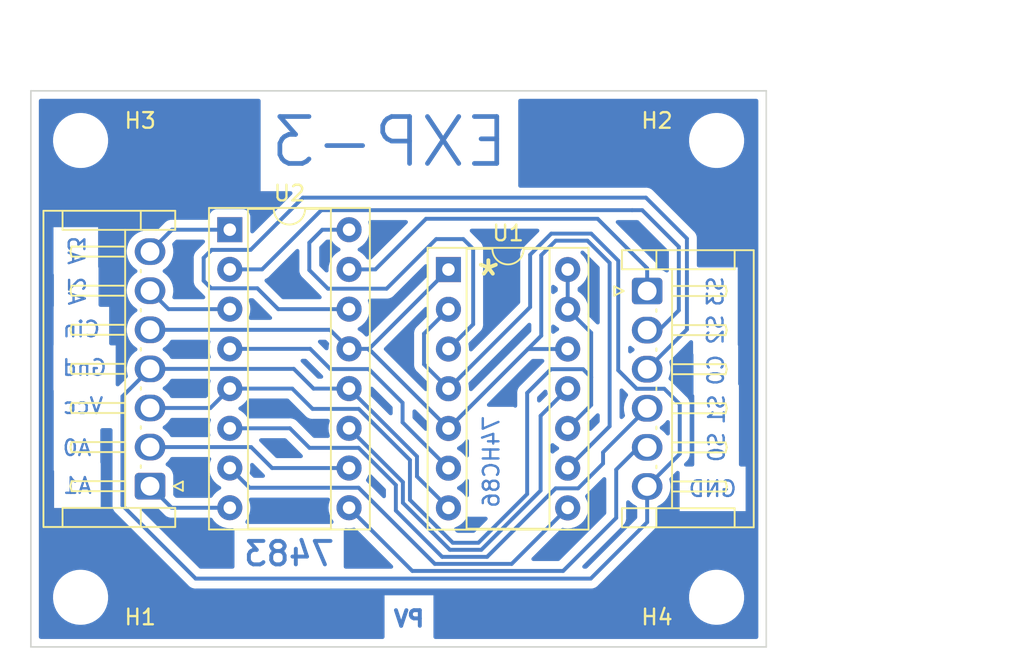
<source format=kicad_pcb>
(kicad_pcb (version 20211014) (generator pcbnew)
  (layers (0 "F.Cu" signal) (31 "B.Cu" signal) (34 "B.Paste" user) (35 "F.Paste" user) (36 "B.SilkS" user "B.Silkscreen") (37 "F.SilkS" user "F.Silkscreen") (38 "B.Mask" user) (39 "F.Mask" user) (44 "Edge.Cuts" user))
  (net 0 "")
  (net 1 "Cin")
  (net 2 "A0")
  (net 3 "A1")
  (net 4 "A2")
  (net 5 "A3")
  (net 6 "GND")
  (net 7 "CO")
  (net 8 "S3")
  (net 9 "S2")
  (net 10 "S1")
  (net 11 "S0")
  (net 12 "Net-(U1-Pad3)")
  (net 13 "Net-(U1-Pad6)")
  (net 14 "Net-(U1-Pad8)")
  (net 15 "VCC")
  (net 16 "Net-(U1-Pad11)")
  (footprint "Connector_JST:JST_EH_S7B-EH_1x07_P2.50mm_Horizontal" (layer "F.Cu") (at 116.8325 102.75 90)
    (fp_text reference "J1" hide)
    (fp_text value "Conn_01x07_Female")
    (fp_line (start 0.32 -5.01) (end 0.32 -1.59) (layer "F.SilkS") (width 0.12))
    (fp_line (start 8.67 -0.59) (end 8.83 -0.59) (layer "F.SilkS") (width 0.12))
    (fp_line (start -2.61 -6.81) (end 17.61 -6.81) (layer "F.SilkS") (width 0.12))
    (fp_line (start 16.39 -0.59) (end 17.61 -0.59) (layer "F.SilkS") (width 0.12))
    (fp_line (start 4.68 -1.59) (end 4.68 -5.01) (layer "F.SilkS") (width 0.12))
    (fp_line (start 5.32 -5.01) (end 5.32 -1.59) (layer "F.SilkS") (width 0.12))
    (fp_line (start 12.82 -5.01) (end 12.82 -1.59) (layer "F.SilkS") (width 0.12))
    (fp_line (start 6.17 -0.59) (end 6.33 -0.59) (layer "F.SilkS") (width 0.12))
    (fp_line (start 2.82 -1.59) (end 2.5 -1.59) (layer "F.SilkS") (width 0.12))
    (fp_line (start 2.5 -5.09) (end 2.82 -5.01) (layer "F.SilkS") (width 0.12))
    (fp_line (start 17.61 -6.81) (end 17.61 1.61) (layer "F.SilkS") (width 0.12))
    (fp_line (start -0.3 2.1) (end 0.3 2.1) (layer "F.SilkS") (width 0.12))
    (fp_line (start 7.18 -1.59) (end 7.18 -5.01) (layer "F.SilkS") (width 0.12))
    (fp_line (start -1.39 1.61) (end -2.61 1.61) (layer "F.SilkS") (width 0.12))
    (fp_line (start 0 1.5) (end -0.3 2.1) (layer "F.SilkS") (width 0.12))
    (fp_line (start 12.18 -1.59) (end 12.18 -5.01) (layer "F.SilkS") (width 0.12))
    (fp_line (start 5 -5.09) (end 5.32 -5.01) (layer "F.SilkS") (width 0.12))
    (fp_line (start 10 -5.09) (end 10.32 -5.01) (layer "F.SilkS") (width 0.12))
    (fp_line (start -0.32 -5.01) (end 0 -5.09) (layer "F.SilkS") (width 0.12))
    (fp_line (start 9.68 -1.59) (end 9.68 -5.01) (layer "F.SilkS") (width 0.12))
    (fp_line (start 10.32 -5.01) (end 10.32 -1.59) (layer "F.SilkS") (width 0.12))
    (fp_line (start 10 -1.59) (end 9.68 -1.59) (layer "F.SilkS") (width 0.12))
    (fp_line (start 14.68 -5.01) (end 15 -5.09) (layer "F.SilkS") (width 0.12))
    (fp_line (start 2.82 -5.01) (end 2.82 -1.59) (layer "F.SilkS") (width 0.12))
    (fp_line (start -0.32 -1.59) (end -0.32 -5.01) (layer "F.SilkS") (width 0.12))
    (fp_line (start -2.61 1.61) (end -2.61 -6.81) (layer "F.SilkS") (width 0.12))
    (fp_line (start 17.61 -5.59) (end 16.39 -5.59) (layer "F.SilkS") (width 0.12))
    (fp_line (start 16.39 -5.59) (end 16.39 -0.59) (layer "F.SilkS") (width 0.12))
    (fp_line (start 14.68 -1.59) (end 14.68 -5.01) (layer "F.SilkS") (width 0.12))
    (fp_line (start 11.17 -0.59) (end 11.33 -0.59) (layer "F.SilkS") (width 0.12))
    (fp_line (start -1.39 -0.59) (end -2.61 -0.59) (layer "F.SilkS") (width 0.12))
    (fp_line (start 7.5 -1.59) (end 7.18 -1.59) (layer "F.SilkS") (width 0.12))
    (fp_line (start -1.39 -0.59) (end -1.39 1.61) (layer "F.SilkS") (width 0.12))
    (fp_line (start 1.17 -0.59) (end 1.33 -0.59) (layer "F.SilkS") (width 0.12))
    (fp_line (start 17.61 1.61) (end 16.39 1.61) (layer "F.SilkS") (width 0.12))
    (fp_line (start 9.68 -5.01) (end 10 -5.09) (layer "F.SilkS") (width 0.12))
    (fp_line (start 0.32 -1.59) (end 0 -1.59) (layer "F.SilkS") (width 0.12))
    (fp_line (start 7.5 -5.09) (end 7.82 -5.01) (layer "F.SilkS") (width 0.12))
    (fp_line (start 0.3 2.1) (end 0 1.5) (layer "F.SilkS") (width 0.12))
    (fp_line (start 3.67 -0.59) (end 3.83 -0.59) (layer "F.SilkS") (width 0.12))
    (fp_line (start -1.39 -5.59) (end -1.39 -0.59) (layer "F.SilkS") (width 0.12))
    (fp_line (start 5.32 -1.59) (end 5 -1.59) (layer "F.SilkS") (width 0.12))
    (fp_line (start 7.82 -5.01) (end 7.82 -1.59) (layer "F.SilkS") (width 0.12))
    (fp_line (start 12.18 -5.01) (end 12.5 -5.09) (layer "F.SilkS") (width 0.12))
    (fp_line (start 0 -1.59) (end -0.32 -1.59) (layer "F.SilkS") (width 0.12))
    (fp_line (start 12.5 -1.59) (end 12.18 -1.59) (layer "F.SilkS") (width 0.12))
    (fp_line (start 15.32 -5.01) (end 15.32 -1.59) (layer "F.SilkS") (width 0.12))
    (fp_line (start 5 -1.59) (end 4.68 -1.59) (layer "F.SilkS") (width 0.12))
    (fp_line (start -1.39 -1.59) (end 16.39 -1.59) (layer "F.SilkS") (width 0.12))
    (fp_line (start 2.18 -1.59) (end 2.18 -5.01) (layer "F.SilkS") (width 0.12))
    (fp_line (start 12.82 -1.59) (end 12.5 -1.59) (layer "F.SilkS") (width 0.12))
    (fp_line (start 4.68 -5.01) (end 5 -5.09) (layer "F.SilkS") (width 0.12))
    (fp_line (start 2.18 -5.01) (end 2.5 -5.09) (layer "F.SilkS") (width 0.12))
    (fp_line (start 12.5 -5.09) (end 12.82 -5.01) (layer "F.SilkS") (width 0.12))
    (fp_line (start 7.18 -5.01) (end 7.5 -5.09) (layer "F.SilkS") (width 0.12))
    (fp_line (start 13.67 -0.59) (end 13.83 -0.59) (layer "F.SilkS") (width 0.12))
    (fp_line (start 15 -1.59) (end 14.68 -1.59) (layer "F.SilkS") (width 0.12))
    (fp_line (start 0 -5.09) (end 0.32 -5.01) (layer "F.SilkS") (width 0.12))
    (fp_line (start 16.39 1.61) (end 16.39 -0.59) (layer "F.SilkS") (width 0.12))
    (fp_line (start 2.5 -1.59) (end 2.18 -1.59) (layer "F.SilkS") (width 0.12))
    (fp_line (start 15 -5.09) (end 15.32 -5.01) (layer "F.SilkS") (width 0.12))
    (fp_line (start 7.82 -1.59) (end 7.5 -1.59) (layer "F.SilkS") (width 0.12))
    (fp_line (start 10.32 -1.59) (end 10 -1.59) (layer "F.SilkS") (width 0.12))
    (fp_line (start 15.32 -1.59) (end 15 -1.59) (layer "F.SilkS") (width 0.12))
    (fp_line (start -2.61 -5.59) (end -1.39 -5.59) (layer "F.SilkS") (width 0.12))
    (pad "1" thru_hole roundrect (at 0 0 90) (size 1.7 1.95) (drill 1.2) (layers *.Cu *.Mask) (roundrect_rratio 0.1470588235) (net 3 "A1"))
    (pad "2" thru_hole oval (at 2.5 0 90) (size 1.7 1.95) (drill 1.2) (layers *.Cu *.Mask) (net 2 "A0"))
    (pad "3" thru_hole oval (at 5 0 90) (size 1.7 1.95) (drill 1.2) (layers *.Cu *.Mask) (net 15 "VCC"))
    (pad "4" thru_hole oval (at 7.5 0 90) (size 1.7 1.95) (drill 1.2) (layers *.Cu *.Mask) (net 6 "GND"))
    (pad "5" thru_hole oval (at 10 0 90) (size 1.7 1.95) (drill 1.2) (layers *.Cu *.Mask) (net 1 "Cin"))
    (pad "6" thru_hole oval (at 12.5 0 90) (size 1.7 1.95) (drill 1.2) (layers *.Cu *.Mask) (net 4 "A2"))
    (pad "7" thru_hole oval (at 15 0 90) (size 1.7 1.95) (drill 1.2) (layers *.Cu *.Mask) (net 5 "A3"))
  )
  (footprint "MountingHole:MountingHole_2.5mm" (layer "F.Cu") (at 153.035 109.855)
    (fp_text reference "H4" (at -3.81 1.27) (layer "F.SilkS"))
    (fp_text value "MountingHole")
    (pad "" np_thru_hole circle (at 0 0) (size 2.5 2.5) (drill 2.5) (layers *.Cu *.Mask))
  )
  (footprint "Connector_JST:JST_EH_S6B-EH_1x06_P2.50mm_Horizontal" (layer "F.Cu") (at 148.5975 90.27 -90)
    (fp_text reference "J2" hide)
    (fp_text value "Conn_01x06_Female")
    (fp_line (start 10.32 -1.59) (end 10 -1.59) (layer "F.SilkS") (width 0.12))
    (fp_line (start 11.17 -0.59) (end 11.33 -0.59) (layer "F.SilkS") (width 0.12))
    (fp_line (start 7.82 -1.59) (end 7.5 -1.59) (layer "F.SilkS") (width 0.12))
    (fp_line (start 10 -1.59) (end 9.68 -1.59) (layer "F.SilkS") (width 0.12))
    (fp_line (start -1.39 -0.59) (end -1.39 1.61) (layer "F.SilkS") (width 0.12))
    (fp_line (start 0.3 2.1) (end 0 1.5) (layer "F.SilkS") (width 0.12))
    (fp_line (start 7.18 -1.59) (end 7.18 -5.01) (layer "F.SilkS") (width 0.12))
    (fp_line (start 4.68 -1.59) (end 4.68 -5.01) (layer "F.SilkS") (width 0.12))
    (fp_line (start 12.82 -5.01) (end 12.82 -1.59) (layer "F.SilkS") (width 0.12))
    (fp_line (start 5.32 -5.01) (end 5.32 -1.59) (layer "F.SilkS") (width 0.12))
    (fp_line (start 5.32 -1.59) (end 5 -1.59) (layer "F.SilkS") (width 0.12))
    (fp_line (start 12.5 -5.09) (end 12.82 -5.01) (layer "F.SilkS") (width 0.12))
    (fp_line (start 2.5 -1.59) (end 2.18 -1.59) (layer "F.SilkS") (width 0.12))
    (fp_line (start -1.39 1.61) (end -2.61 1.61) (layer "F.SilkS") (width 0.12))
    (fp_line (start 2.18 -5.01) (end 2.5 -5.09) (layer "F.SilkS") (width 0.12))
    (fp_line (start 7.5 -5.09) (end 7.82 -5.01) (layer "F.SilkS") (width 0.12))
    (fp_line (start 3.67 -0.59) (end 3.83 -0.59) (layer "F.SilkS") (width 0.12))
    (fp_line (start 10 -5.09) (end 10.32 -5.01) (layer "F.SilkS") (width 0.12))
    (fp_line (start -0.32 -1.59) (end -0.32 -5.01) (layer "F.SilkS") (width 0.12))
    (fp_line (start 2.18 -1.59) (end 2.18 -5.01) (layer "F.SilkS") (width 0.12))
    (fp_line (start 0 -1.59) (end -0.32 -1.59) (layer "F.SilkS") (width 0.12))
    (fp_line (start 5 -5.09) (end 5.32 -5.01) (layer "F.SilkS") (width 0.12))
    (fp_line (start 13.89 -0.59) (end 15.11 -0.59) (layer "F.SilkS") (width 0.12))
    (fp_line (start 7.18 -5.01) (end 7.5 -5.09) (layer "F.SilkS") (width 0.12))
    (fp_line (start -2.61 1.61) (end -2.61 -6.81) (layer "F.SilkS") (width 0.12))
    (fp_line (start 0.32 -5.01) (end 0.32 -1.59) (layer "F.SilkS") (width 0.12))
    (fp_line (start 2.82 -1.59) (end 2.5 -1.59) (layer "F.SilkS") (width 0.12))
    (fp_line (start 12.5 -1.59) (end 12.18 -1.59) (layer "F.SilkS") (width 0.12))
    (fp_line (start 13.89 -5.59) (end 13.89 -0.59) (layer "F.SilkS") (width 0.12))
    (fp_line (start 12.18 -1.59) (end 12.18 -5.01) (layer "F.SilkS") (width 0.12))
    (fp_line (start -1.39 -5.59) (end -1.39 -0.59) (layer "F.SilkS") (width 0.12))
    (fp_line (start -0.32 -5.01) (end 0 -5.09) (layer "F.SilkS") (width 0.12))
    (fp_line (start 7.5 -1.59) (end 7.18 -1.59) (layer "F.SilkS") (width 0.12))
    (fp_line (start -1.39 -1.59) (end 13.89 -1.59) (layer "F.SilkS") (width 0.12))
    (fp_line (start 8.67 -0.59) (end 8.83 -0.59) (layer "F.SilkS") (width 0.12))
    (fp_line (start 13.89 1.61) (end 13.89 -0.59) (layer "F.SilkS") (width 0.12))
    (fp_line (start 9.68 -1.59) (end 9.68 -5.01) (layer "F.SilkS") (width 0.12))
    (fp_line (start 9.68 -5.01) (end 10 -5.09) (layer "F.SilkS") (width 0.12))
    (fp_line (start 12.82 -1.59) (end 12.5 -1.59) (layer "F.SilkS") (width 0.12))
    (fp_line (start 0.32 -1.59) (end 0 -1.59) (layer "F.SilkS") (width 0.12))
    (fp_line (start 1.17 -0.59) (end 1.33 -0.59) (layer "F.SilkS") (width 0.12))
    (fp_line (start 15.11 -5.59) (end 13.89 -5.59) (layer "F.SilkS") (width 0.12))
    (fp_line (start -2.61 -6.81) (end 15.11 -6.81) (layer "F.SilkS") (width 0.12))
    (fp_line (start 15.11 1.61) (end 13.89 1.61) (layer "F.SilkS") (width 0.12))
    (fp_line (start 6.17 -0.59) (end 6.33 -0.59) (layer "F.SilkS") (width 0.12))
    (fp_line (start 0 -5.09) (end 0.32 -5.01) (layer "F.SilkS") (width 0.12))
    (fp_line (start 10.32 -5.01) (end 10.32 -1.59) (layer "F.SilkS") (width 0.12))
    (fp_line (start 15.11 -6.81) (end 15.11 1.61) (layer "F.SilkS") (width 0.12))
    (fp_line (start 4.68 -5.01) (end 5 -5.09) (layer "F.SilkS") (width 0.12))
    (fp_line (start 7.82 -5.01) (end 7.82 -1.59) (layer "F.SilkS") (width 0.12))
    (fp_line (start 2.82 -5.01) (end 2.82 -1.59) (layer "F.SilkS") (width 0.12))
    (fp_line (start -2.61 -5.59) (end -1.39 -5.59) (layer "F.SilkS") (width 0.12))
    (fp_line (start 0 1.5) (end -0.3 2.1) (layer "F.SilkS") (width 0.12))
    (fp_line (start 12.18 -5.01) (end 12.5 -5.09) (layer "F.SilkS") (width 0.12))
    (fp_line (start 2.5 -5.09) (end 2.82 -5.01) (layer "F.SilkS") (width 0.12))
    (fp_line (start -0.3 2.1) (end 0.3 2.1) (layer "F.SilkS") (width 0.12))
    (fp_line (start 5 -1.59) (end 4.68 -1.59) (layer "F.SilkS") (width 0.12))
    (fp_line (start -1.39 -0.59) (end -2.61 -0.59) (layer "F.SilkS") (width 0.12))
    (pad "1" thru_hole roundrect (at 0 0 270) (size 1.7 1.95) (drill 1.2) (layers *.Cu *.Mask) (roundrect_rratio 0.1470588235) (net 8 "S3"))
    (pad "2" thru_hole oval (at 2.5 0 270) (size 1.7 1.95) (drill 1.2) (layers *.Cu *.Mask) (net 9 "S2"))
    (pad "3" thru_hole oval (at 5 0 270) (size 1.7 1.95) (drill 1.2) (layers *.Cu *.Mask) (net 7 "CO"))
    (pad "4" thru_hole oval (at 7.5 0 270) (size 1.7 1.95) (drill 1.2) (layers *.Cu *.Mask) (net 10 "S1"))
    (pad "5" thru_hole oval (at 10 0 270) (size 1.7 1.95) (drill 1.2) (layers *.Cu *.Mask) (net 11 "S0"))
    (pad "6" thru_hole oval (at 12.5 0 270) (size 1.7 1.95) (drill 1.2) (layers *.Cu *.Mask) (net 6 "GND"))
  )
  (footprint "MountingHole:MountingHole_2.5mm" (layer "F.Cu") (at 112.395 109.855)
    (fp_text reference "H1" (at 3.81 1.27) (layer "F.SilkS"))
    (fp_text value "MountingHole")
    (pad "" np_thru_hole circle (at 0 0) (size 2.5 2.5) (drill 2.5) (layers *.Cu *.Mask))
  )
  (footprint "MountingHole:MountingHole_2.5mm" (layer "F.Cu") (at 153.035 80.645)
    (fp_text reference "H2" (at -3.81 -1.27) (layer "F.SilkS"))
    (fp_text value "MountingHole")
    (pad "" np_thru_hole circle (at 0 0) (size 2.5 2.5) (drill 2.5) (layers *.Cu *.Mask))
  )
  (footprint "Package_DIP:DIP-14_W7.62mm_Socket" (layer "F.Cu") (at 135.9 88.9)
    (fp_text reference "U1" (at 3.81 -2.33) (layer "F.SilkS"))
    (fp_text value "74HC86" (at 2.74 12.29 90) (layer "B.Cu") (effects (justify mirror)))
    (fp_line (start 1.16 -1.33) (end 1.16 16.57) (layer "F.SilkS") (width 0.12))
    (fp_line (start 6.46 16.57) (end 6.46 -1.33) (layer "F.SilkS") (width 0.12))
    (fp_line (start -1.33 -1.39) (end -1.33 16.63) (layer "F.SilkS") (width 0.12))
    (fp_line (start -1.33 16.63) (end 8.95 16.63) (layer "F.SilkS") (width 0.12))
    (fp_line (start 2.81 -1.33) (end 1.16 -1.33) (layer "F.SilkS") (width 0.12))
    (fp_line (start 1.16 16.57) (end 6.46 16.57) (layer "F.SilkS") (width 0.12))
    (fp_line (start 8.95 16.63) (end 8.95 -1.39) (layer "F.SilkS") (width 0.12))
    (fp_line (start 8.95 -1.39) (end -1.33 -1.39) (layer "F.SilkS") (width 0.12))
    (fp_line (start 6.46 -1.33) (end 4.81 -1.33) (layer "F.SilkS") (width 0.12))
    (fp_arc (start 4.81 -1.33) (mid 3.81 -0.33) (end 2.81 -1.33) (layer "F.SilkS") (width 0.12))
    (pad "1" thru_hole rect (at 0 0) (size 1.6 1.6) (drill 0.8) (layers *.Cu *.Mask) (net 1 "Cin"))
    (pad "2" thru_hole oval (at 0 2.54) (size 1.6 1.6) (drill 0.8) (layers *.Cu *.Mask) (net 6 "GND"))
    (pad "3" thru_hole oval (at 0 5.08) (size 1.6 1.6) (drill 0.8) (layers *.Cu *.Mask) (net 12 "Net-(U1-Pad3)"))
    (pad "4" thru_hole oval (at 0 7.62) (size 1.6 1.6) (drill 0.8) (layers *.Cu *.Mask) (net 6 "GND"))
    (pad "5" thru_hole oval (at 0 10.16) (size 1.6 1.6) (drill 0.8) (layers *.Cu *.Mask) (net 1 "Cin"))
    (pad "6" thru_hole oval (at 0 12.7) (size 1.6 1.6) (drill 0.8) (layers *.Cu *.Mask) (net 13 "Net-(U1-Pad6)"))
    (pad "7" thru_hole oval (at 0 15.24) (size 1.6 1.6) (drill 0.8) (layers *.Cu *.Mask) (net 6 "GND"))
    (pad "8" thru_hole oval (at 7.62 15.24) (size 1.6 1.6) (drill 0.8) (layers *.Cu *.Mask) (net 14 "Net-(U1-Pad8)"))
    (pad "9" thru_hole oval (at 7.62 12.7) (size 1.6 1.6) (drill 0.8) (layers *.Cu *.Mask) (net 1 "Cin"))
    (pad "10" thru_hole oval (at 7.62 10.16) (size 1.6 1.6) (drill 0.8) (layers *.Cu *.Mask) (net 15 "VCC"))
    (pad "11" thru_hole oval (at 7.62 7.62) (size 1.6 1.6) (drill 0.8) (layers *.Cu *.Mask) (net 16 "Net-(U1-Pad11)"))
    (pad "12" thru_hole oval (at 7.62 5.08) (size 1.6 1.6) (drill 0.8) (layers *.Cu *.Mask) (net 1 "Cin"))
    (pad "13" thru_hole oval (at 7.62 2.54) (size 1.6 1.6) (drill 0.8) (layers *.Cu *.Mask) (net 15 "VCC"))
    (pad "14" thru_hole oval (at 7.62 0) (size 1.6 1.6) (drill 0.8) (layers *.Cu *.Mask) (net 15 "VCC"))
  )
  (footprint "MountingHole:MountingHole_2.5mm" (layer "F.Cu") (at 112.395 80.645)
    (fp_text reference "H3" (at 3.81 -1.27) (layer "F.SilkS"))
    (fp_text value "MountingHole")
    (pad "" np_thru_hole circle (at 0 0) (size 2.5 2.5) (drill 2.5) (layers *.Cu *.Mask))
  )
  (footprint "Package_DIP:DIP-16_W7.62mm_Socket" (layer "F.Cu") (at 121.93 86.35)
    (fp_text reference "U2" (at 3.81 -2.33) (layer "F.SilkS"))
    (fp_text value "7483" (at 3.79 20.72) (layer "B.Cu") (effects (font (size 1.5 1.5) (thickness 0.25)) (justify mirror)))
    (fp_line (start -1.33 19.17) (end 8.95 19.17) (layer "F.SilkS") (width 0.12))
    (fp_line (start 8.95 -1.39) (end -1.33 -1.39) (layer "F.SilkS") (width 0.12))
    (fp_line (start 1.16 -1.33) (end 1.16 19.11) (layer "F.SilkS") (width 0.12))
    (fp_line (start 6.46 -1.33) (end 4.81 -1.33) (layer "F.SilkS") (width 0.12))
    (fp_line (start 6.46 19.11) (end 6.46 -1.33) (layer "F.SilkS") (width 0.12))
    (fp_line (start -1.33 -1.39) (end -1.33 19.17) (layer "F.SilkS") (width 0.12))
    (fp_line (start 8.95 19.17) (end 8.95 -1.39) (layer "F.SilkS") (width 0.12))
    (fp_line (start 2.81 -1.33) (end 1.16 -1.33) (layer "F.SilkS") (width 0.12))
    (fp_line (start 1.16 19.11) (end 6.46 19.11) (layer "F.SilkS") (width 0.12))
    (fp_arc (start 4.81 -1.33) (mid 3.81 -0.33) (end 2.81 -1.33) (layer "F.SilkS") (width 0.12))
    (pad "1" thru_hole rect (at 0 0) (size 1.6 1.6) (drill 0.8) (layers *.Cu *.Mask) (net 5 "A3"))
    (pad "2" thru_hole oval (at 0 2.54) (size 1.6 1.6) (drill 0.8) (layers *.Cu *.Mask) (net 9 "S2"))
    (pad "3" thru_hole oval (at 0 5.08) (size 1.6 1.6) (drill 0.8) (layers *.Cu *.Mask) (net 4 "A2"))
    (pad "4" thru_hole oval (at 0 7.62) (size 1.6 1.6) (drill 0.8) (layers *.Cu *.Mask) (net 13 "Net-(U1-Pad6)"))
    (pad "5" thru_hole oval (at 0 10.16) (size 1.6 1.6) (drill 0.8) (layers *.Cu *.Mask) (net 15 "VCC"))
    (pad "6" thru_hole oval (at 0 12.7) (size 1.6 1.6) (drill 0.8) (layers *.Cu *.Mask) (net 10 "S1"))
    (pad "7" thru_hole oval (at 0 15.24) (size 1.6 1.6) (drill 0.8) (layers *.Cu *.Mask) (net 14 "Net-(U1-Pad8)"))
    (pad "8" thru_hole oval (at 0 17.78) (size 1.6 1.6) (drill 0.8) (layers *.Cu *.Mask) (net 3 "A1"))
    (pad "9" thru_hole oval (at 7.62 17.78) (size 1.6 1.6) (drill 0.8) (layers *.Cu *.Mask) (net 11 "S0"))
    (pad "10" thru_hole oval (at 7.62 15.24) (size 1.6 1.6) (drill 0.8) (layers *.Cu *.Mask) (net 2 "A0"))
    (pad "11" thru_hole oval (at 7.62 12.7) (size 1.6 1.6) (drill 0.8) (layers *.Cu *.Mask) (net 16 "Net-(U1-Pad11)"))
    (pad "12" thru_hole oval (at 7.62 10.16) (size 1.6 1.6) (drill 0.8) (layers *.Cu *.Mask) (net 6 "GND"))
    (pad "13" thru_hole oval (at 7.62 7.62) (size 1.6 1.6) (drill 0.8) (layers *.Cu *.Mask) (net 1 "Cin"))
    (pad "14" thru_hole oval (at 7.62 5.08) (size 1.6 1.6) (drill 0.8) (layers *.Cu *.Mask) (net 7 "CO"))
    (pad "15" thru_hole oval (at 7.62 2.54) (size 1.6 1.6) (drill 0.8) (layers *.Cu *.Mask) (net 8 "S3"))
    (pad "16" thru_hole oval (at 7.62 0) (size 1.6 1.6) (drill 0.8) (layers *.Cu *.Mask) (net 12 "Net-(U1-Pad3)"))
  )
  (gr_line (start 109.22 77.47) (end 156.21 77.47) (layer "Edge.Cuts") (width 0.1))
  (gr_line (start 109.22 113.03) (end 109.22 77.47) (layer "Edge.Cuts") (width 0.1))
  (gr_line (start 156.21 113.03) (end 109.22 113.03) (layer "Edge.Cuts") (width 0.1))
  (gr_line (start 156.21 77.47) (end 156.21 113.03) (layer "Edge.Cuts") (width 0.1))
  (gr_text "S3" (at 152.9588 90.297 90) (layer "B.Cu") (effects (font (size 1 1)) (justify mirror)))
  (gr_text "S2" (at 152.9588 92.7354 90) (layer "B.Cu") (effects (font (size 1 1)) (justify mirror)))
  (gr_text "A3" (at 112.0902 87.6808 270) (layer "B.Cu") (effects (font (size 1 1)) (justify mirror)))
  (gr_text "Gnd" (at 112.649 95.1738) (layer "B.Cu") (effects (font (size 1 1)) (justify mirror)))
  (gr_text "Cin" (at 112.4458 92.71) (layer "B.Cu") (effects (font (size 1 1)) (justify mirror)))
  (gr_text "GND" (at 152.781 102.9208) (layer "B.Cu") (effects (font (size 1 1)) (justify mirror)))
  (gr_text "A0" (at 112.1664 100.3046) (layer "B.Cu") (effects (font (size 1 1)) (justify mirror)))
  (gr_text "EXP-3" (at 132.13 80.74) (layer "B.Cu") (effects (font (size 3 3) (thickness 0.3)) (justify mirror)))
  (gr_text "S0" (at 153.035 100.2538 90) (layer "B.Cu") (effects (font (size 1 1)) (justify mirror)))
  (gr_text "C0" (at 152.9842 95.3262 90) (layer "B.Cu") (effects (font (size 1 1)) (justify mirror)))
  (gr_text "Vcc" (at 112.5474 97.6122) (layer "B.Cu") (effects (font (size 1 1)) (justify mirror)))
  (gr_text "A1" (at 112.1918 102.7176) (layer "B.Cu") (effects (font (size 1 1)) (justify mirror)))
  (gr_text "S1" (at 153.035 97.8408 90) (layer "B.Cu") (effects (font (size 1 1)) (justify mirror)))
  (gr_text "A2" (at 112.1156 90.2716 270) (layer "B.Cu") (effects (font (size 1 1)) (justify mirror)))
  (gr_text "PV\n" (at 133.38 111.23) (layer "B.Cu") (effects (font (size 1 1) (thickness 0.25)) (justify mirror)))
  (gr_text "*" (at 138.45 89.39) (layer "F.SilkS") (effects (font (size 2 2) (thickness 0.25))))
  (segment (start 128.33 92.75) (end 116.8325 92.75) (width 0.25) (layer "B.Cu") (net 1))
  (segment (start 142.76 87.05) (end 141.83 87.98) (width 0.25) (layer "B.Cu") (net 1))
  (segment (start 143.52 101.6) (end 146.2 98.92) (width 0.25) (layer "B.Cu") (net 1))
  (segment (start 140.98 93.98) (end 140.955 94.005) (width 0.25) (layer "B.Cu") (net 1))
  (segment (start 129.55 93.97) (end 130.83 93.97) (width 0.25) (layer "B.Cu") (net 1))
  (segment (start 146.2 88.47) (end 144.78 87.05) (width 0.25) (layer "B.Cu") (net 1))
  (segment (start 130.93 94.13) (end 130.83 94.03) (width 0.25) (layer "B.Cu") (net 1))
  (segment (start 141.83 93.13) (end 140.955 94.005) (width 0.25) (layer "B.Cu") (net 1))
  (segment (start 128.33 92.75) (end 129.55 93.97) (width 0.25) (layer "B.Cu") (net 1))
  (segment (start 130.97 94.13) (end 130.93 94.13) (width 0.25) (layer "B.Cu") (net 1))
  (segment (start 130.83 93.97) (end 135.9 88.9) (width 0.25) (layer "B.Cu") (net 1))
  (segment (start 141.83 87.98) (end 141.83 93.13) (width 0.25) (layer "B.Cu") (net 1))
  (segment (start 143.52 93.98) (end 140.98 93.98) (width 0.25) (layer "B.Cu") (net 1))
  (segment (start 130.83 94.03) (end 130.83 93.97) (width 0.25) (layer "B.Cu") (net 1))
  (segment (start 146.2 98.92) (end 146.2 88.47) (width 0.25) (layer "B.Cu") (net 1))
  (segment (start 144.78 87.05) (end 142.76 87.05) (width 0.25) (layer "B.Cu") (net 1))
  (segment (start 140.955 94.005) (end 135.9 99.06) (width 0.25) (layer "B.Cu") (net 1))
  (segment (start 135.9 99.06) (end 130.97 94.13) (width 0.25) (layer "B.Cu") (net 1))
  (segment (start 123.29 100.25) (end 116.8325 100.25) (width 0.25) (layer "B.Cu") (net 2))
  (segment (start 124.63 101.59) (end 129.55 101.59) (width 0.25) (layer "B.Cu") (net 2))
  (segment (start 123.29 100.25) (end 124.63 101.59) (width 0.25) (layer "B.Cu") (net 2))
  (segment (start 116.8325 102.75) (end 118.2125 104.13) (width 0.25) (layer "B.Cu") (net 3))
  (segment (start 118.2125 104.13) (end 121.93 104.13) (width 0.25) (layer "B.Cu") (net 3))
  (segment (start 118.0125 91.43) (end 121.93 91.43) (width 0.25) (layer "B.Cu") (net 4))
  (segment (start 116.8325 90.25) (end 118.0125 91.43) (width 0.25) (layer "B.Cu") (net 4))
  (segment (start 116.8325 87.75) (end 118.2325 86.35) (width 0.25) (layer "B.Cu") (net 5))
  (segment (start 118.2325 86.35) (end 121.93 86.35) (width 0.25) (layer "B.Cu") (net 5))
  (segment (start 146.75 95.34) (end 147.93 96.52) (width 0.25) (layer "B.Cu") (net 6))
  (segment (start 133.89 102.13) (end 135.9 104.14) (width 0.25) (layer "B.Cu") (net 6))
  (segment (start 126.02 95.25) (end 116.8325 95.25) (width 0.25) (layer "B.Cu") (net 6))
  (segment (start 135.9 96.52) (end 134.34 94.96) (width 0.25) (layer "B.Cu") (net 6))
  (segment (start 144.9935 108.66) (end 119.75 108.66) (width 0.25) (layer "B.Cu") (net 6))
  (segment (start 146.75 88.33) (end 146.75 95.34) (width 0.25) (layer "B.Cu") (net 6))
  (segment (start 144.9935 108.66) (end 148.5975 105.056) (width 0.25) (layer "B.Cu") (net 6))
  (segment (start 134.34 94.96) (end 134.34 93) (width 0.25) (layer "B.Cu") (net 6))
  (segment (start 115.07 97.0125) (end 116.8325 95.25) (width 0.25) (layer "B.Cu") (net 6))
  (segment (start 150.68 97.51) (end 150.68 100.6875) (width 0.25) (layer "B.Cu") (net 6))
  (segment (start 133.89 100.85) (end 133.89 102.13) (width 0.25) (layer "B.Cu") (net 6))
  (segment (start 115.07 103.98) (end 115.07 97.0125) (width 0.25) (layer "B.Cu") (net 6))
  (segment (start 147.93 96.52) (end 149.69 96.52) (width 0.25) (layer "B.Cu") (net 6))
  (segment (start 129.55 96.51) (end 133.89 100.85) (width 0.25) (layer "B.Cu") (net 6))
  (segment (start 141.12 91.3) (end 141.12 87.95) (width 0.25) (layer "B.Cu") (net 6))
  (segment (start 119.75 108.66) (end 115.07 103.98) (width 0.25) (layer "B.Cu") (net 6))
  (segment (start 145.02 86.6) (end 146.75 88.33) (width 0.25) (layer "B.Cu") (net 6))
  (segment (start 135.9 96.52) (end 141.12 91.3) (width 0.25) (layer "B.Cu") (net 6))
  (segment (start 149.69 96.52) (end 150.68 97.51) (width 0.25) (layer "B.Cu") (net 6))
  (segment (start 141.12 87.95) (end 142.47 86.6) (width 0.25) (layer "B.Cu") (net 6))
  (segment (start 142.47 86.6) (end 145.02 86.6) (width 0.25) (layer "B.Cu") (net 6))
  (segment (start 148.5975 105.056) (end 148.5975 102.77) (width 0.25) (layer "B.Cu") (net 6))
  (segment (start 134.34 93) (end 135.9 91.44) (width 0.25) (layer "B.Cu") (net 6))
  (segment (start 127.28 96.51) (end 129.55 96.51) (width 0.25) (layer "B.Cu") (net 6))
  (segment (start 150.68 100.6875) (end 148.5975 102.77) (width 0.25) (layer "B.Cu") (net 6))
  (segment (start 126.02 95.25) (end 127.28 96.51) (width 0.25) (layer "B.Cu") (net 6))
  (segment (start 151.1375 92.73) (end 148.5975 95.27) (width 0.25) (layer "B.Cu") (net 7))
  (segment (start 123.26 87.64) (end 126.6 84.3) (width 0.25) (layer "B.Cu") (net 7))
  (segment (start 123.6914 90.0986) (end 120.7414 90.0986) (width 0.25) (layer "B.Cu") (net 7))
  (segment (start 120.26 88.15) (end 120.77 87.64) (width 0.25) (layer "B.Cu") (net 7))
  (segment (start 120.26 89.6172) (end 120.26 88.15) (width 0.25) (layer "B.Cu") (net 7))
  (segment (start 126.6 84.3) (end 148.52 84.3) (width 0.25) (layer "B.Cu") (net 7))
  (segment (start 151.1375 86.9175) (end 151.1375 92.73) (width 0.25) (layer "B.Cu") (net 7))
  (segment (start 120.77 87.64) (end 123.26 87.64) (width 0.25) (layer "B.Cu") (net 7))
  (segment (start 129.55 91.43) (end 125.0228 91.43) (width 0.25) (layer "B.Cu") (net 7))
  (segment (start 125.0228 91.43) (end 123.6914 90.0986) (width 0.25) (layer "B.Cu") (net 7))
  (segment (start 148.52 84.3) (end 151.1375 86.9175) (width 0.25) (layer "B.Cu") (net 7))
  (segment (start 120.7414 90.0986) (end 120.26 89.6172) (width 0.25) (layer "B.Cu") (net 7))
  (segment (start 134.47 85.65) (end 131.23 88.89) (width 0.25) (layer "B.Cu") (net 8))
  (segment (start 148.5975 88.8175) (end 145.43 85.65) (width 0.25) (layer "B.Cu") (net 8))
  (segment (start 148.5975 90.27) (end 148.5975 88.8175) (width 0.25) (layer "B.Cu") (net 8))
  (segment (start 145.43 85.65) (end 134.47 85.65) (width 0.25) (layer "B.Cu") (net 8))
  (segment (start 131.23 88.89) (end 129.55 88.89) (width 0.25) (layer "B.Cu") (net 8))
  (segment (start 148.28 85.1) (end 147.64 85.1) (width 0.25) (layer "B.Cu") (net 9))
  (segment (start 127.78 85.1) (end 123.99 88.89) (width 0.25) (layer "B.Cu") (net 9))
  (segment (start 148.5975 92.77) (end 149.36 92.77) (width 0.25) (layer "B.Cu") (net 9))
  (segment (start 150.62 87.44) (end 148.28 85.1) (width 0.25) (layer "B.Cu") (net 9))
  (segment (start 149.36 92.77) (end 150.62 91.51) (width 0.25) (layer "B.Cu") (net 9))
  (segment (start 147.64 85.1) (end 127.78 85.1) (width 0.25) (layer "B.Cu") (net 9))
  (segment (start 150.62 91.51) (end 150.62 87.44) (width 0.25) (layer "B.Cu") (net 9))
  (segment (start 123.99 88.89) (end 121.93 88.89) (width 0.25) (layer "B.Cu") (net 9))
  (segment (start 125.77 99.05) (end 127.02 100.3) (width 0.25) (layer "B.Cu") (net 10))
  (segment (start 144.19 102.89) (end 145.78 101.3) (width 0.25) (layer "B.Cu") (net 10))
  (segment (start 132.54 102.676396) (end 132.54 104.31) (width 0.25) (layer "B.Cu") (net 10))
  (segment (start 135.5 107.27) (end 138.37 107.27) (width 0.25) (layer "B.Cu") (net 10))
  (segment (start 145.78 100.5875) (end 148.5975 97.77) (width 0.25) (layer "B.Cu") (net 10))
  (segment (start 145.78 101.3) (end 145.78 100.5875) (width 0.25) (layer "B.Cu") (net 10))
  (segment (start 130.163604 100.3) (end 132.54 102.676396) (width 0.25) (layer "B.Cu") (net 10))
  (segment (start 127.02 100.3) (end 130.163604 100.3) (width 0.25) (layer "B.Cu") (net 10))
  (segment (start 138.37 107.27) (end 142.75 102.89) (width 0.25) (layer "B.Cu") (net 10))
  (segment (start 132.54 104.31) (end 135.5 107.27) (width 0.25) (layer "B.Cu") (net 10))
  (segment (start 142.75 102.89) (end 144.19 102.89) (width 0.25) (layer "B.Cu") (net 10))
  (segment (start 121.93 99.05) (end 125.77 99.05) (width 0.25) (layer "B.Cu") (net 10))
  (segment (start 133.59 108.17) (end 143.23 108.17) (width 0.25) (layer "B.Cu") (net 11))
  (segment (start 148.04 100.27) (end 148.5975 100.27) (width 0.25) (layer "B.Cu") (net 11))
  (segment (start 129.55 104.13) (end 133.59 108.17) (width 0.25) (layer "B.Cu") (net 11))
  (segment (start 146.62 104.78) (end 146.62 101.69) (width 0.25) (layer "B.Cu") (net 11))
  (segment (start 143.23 108.17) (end 146.62 104.78) (width 0.25) (layer "B.Cu") (net 11))
  (segment (start 146.62 101.69) (end 148.04 100.27) (width 0.25) (layer "B.Cu") (net 11))
  (segment (start 136.85 86.95) (end 137.48 87.58) (width 0.25) (layer "B.Cu") (net 12))
  (segment (start 127.01 87.18) (end 127.01 88.93) (width 0.25) (layer "B.Cu") (net 12))
  (segment (start 127.84 86.35) (end 127.01 87.18) (width 0.25) (layer "B.Cu") (net 12))
  (segment (start 137.48 92.4) (end 135.9 93.98) (width 0.25) (layer "B.Cu") (net 12))
  (segment (start 128.2 90.12) (end 131.95 90.12) (width 0.25) (layer "B.Cu") (net 12))
  (segment (start 127.01 88.93) (end 128.2 90.12) (width 0.25) (layer "B.Cu") (net 12))
  (segment (start 131.95 90.12) (end 135.12 86.95) (width 0.25) (layer "B.Cu") (net 12))
  (segment (start 129.55 86.35) (end 127.84 86.35) (width 0.25) (layer "B.Cu") (net 12))
  (segment (start 135.12 86.95) (end 136.85 86.95) (width 0.25) (layer "B.Cu") (net 12))
  (segment (start 137.48 87.58) (end 137.48 92.4) (width 0.25) (layer "B.Cu") (net 12))
  (segment (start 127.07 93.97) (end 128.36 95.26) (width 0.25) (layer "B.Cu") (net 13))
  (segment (start 128.36 95.26) (end 130.81 95.26) (width 0.25) (layer "B.Cu") (net 13))
  (segment (start 121.93 93.97) (end 127.07 93.97) (width 0.25) (layer "B.Cu") (net 13))
  (segment (start 132.97 98.67) (end 135.9 101.6) (width 0.25) (layer "B.Cu") (net 13))
  (segment (start 132.97 97.42) (end 132.97 98.67) (width 0.25) (layer "B.Cu") (net 13))
  (segment (start 130.81 95.26) (end 132.97 97.42) (width 0.25) (layer "B.Cu") (net 13))
  (segment (start 130.16 102.85) (end 135.03 107.72) (width 0.25) (layer "B.Cu") (net 14))
  (segment (start 139.94 107.72) (end 143.52 104.14) (width 0.25) (layer "B.Cu") (net 14))
  (segment (start 123.19 102.85) (end 130.16 102.85) (width 0.25) (layer "B.Cu") (net 14))
  (segment (start 121.93 101.59) (end 123.19 102.85) (width 0.25) (layer "B.Cu") (net 14))
  (segment (start 135.03 107.72) (end 139.94 107.72) (width 0.25) (layer "B.Cu") (net 14))
  (segment (start 130.17 97.81) (end 133.44 101.08) (width 0.25) (layer "B.Cu") (net 15))
  (segment (start 140.93 96.79) (end 142.45 95.27) (width 0.25) (layer "B.Cu") (net 15))
  (segment (start 143.52 91.44) (end 143.52 88.9) (width 0.25) (layer "B.Cu") (net 15))
  (segment (start 136.182792 106.37) (end 137.813604 106.37) (width 0.25) (layer "B.Cu") (net 15))
  (segment (start 120.69 97.75) (end 116.8325 97.75) (width 0.25) (layer "B.Cu") (net 15))
  (segment (start 137.813604 106.37) (end 140.93 103.253604) (width 0.25) (layer "B.Cu") (net 15))
  (segment (start 121.93 96.51) (end 125.92 96.51) (width 0.25) (layer "B.Cu") (net 15))
  (segment (start 125.92 96.51) (end 127.22 97.81) (width 0.25) (layer "B.Cu") (net 15))
  (segment (start 145.02 92.94) (end 143.52 91.44) (width 0.25) (layer "B.Cu") (net 15))
  (segment (start 140.93 103.253604) (end 140.93 96.79) (width 0.25) (layer "B.Cu") (net 15))
  (segment (start 120.69 97.75) (end 121.93 96.51) (width 0.25) (layer "B.Cu") (net 15))
  (segment (start 144.5 95.27) (end 145.02 95.79) (width 0.25) (layer "B.Cu") (net 15))
  (segment (start 143.52 99.06) (end 145.02 97.56) (width 0.25) (layer "B.Cu") (net 15))
  (segment (start 127.22 97.81) (end 130.17 97.81) (width 0.25) (layer "B.Cu") (net 15))
  (segment (start 133.44 101.08) (end 133.44 103.627208) (width 0.25) (layer "B.Cu") (net 15))
  (segment (start 133.44 103.627208) (end 136.182792 106.37) (width 0.25) (layer "B.Cu") (net 15))
  (segment (start 145.02 95.79) (end 145.02 92.94) (width 0.25) (layer "B.Cu") (net 15))
  (segment (start 145.02 97.56) (end 145.02 95.79) (width 0.25) (layer "B.Cu") (net 15))
  (segment (start 142.45 95.27) (end 144.5 95.27) (width 0.25) (layer "B.Cu") (net 15))
  (segment (start 129.55 99.05) (end 132.99 102.49) (width 0.25) (layer "B.Cu") (net 16))
  (segment (start 132.99 102.49) (end 132.99 103.813604) (width 0.25) (layer "B.Cu") (net 16))
  (segment (start 132.99 103.813604) (end 135.996396 106.82) (width 0.25) (layer "B.Cu") (net 16))
  (segment (start 141.79 103.03) (end 141.79 98.25) (width 0.25) (layer "B.Cu") (net 16))
  (segment (start 138 106.82) (end 141.79 103.03) (width 0.25) (layer "B.Cu") (net 16))
  (segment (start 135.996396 106.82) (end 138 106.82) (width 0.25) (layer "B.Cu") (net 16))
  (segment (start 141.79 98.25) (end 143.52 96.52) (width 0.25) (layer "B.Cu") (net 16))
  (zone (net 0) (net_name "") (layer "B.Cu") (connect_pads (clearance 0.508)) (min_thickness 0.254) (fill yes (thermal_gap 0.508) (thermal_bridge_width 0.508))
    (polygon (pts (xy 156.21 113.03) (xy 109.22 113.03) (xy 109.22 77.47) (xy 156.21 77.47)))
  )
)
</source>
